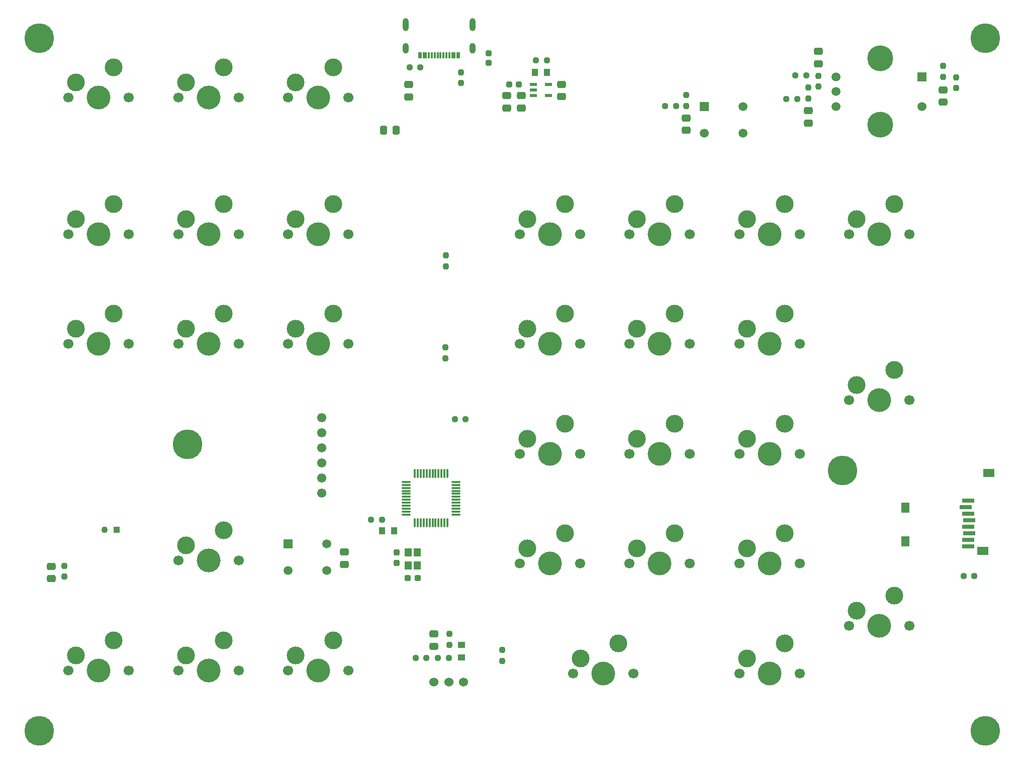
<source format=gts>
G04 #@! TF.GenerationSoftware,KiCad,Pcbnew,8.0.3*
G04 #@! TF.CreationDate,2024-08-13T11:44:21+03:00*
G04 #@! TF.ProjectId,Keyboard_stm32,4b657962-6f61-4726-945f-73746d33322e,rev?*
G04 #@! TF.SameCoordinates,Original*
G04 #@! TF.FileFunction,Soldermask,Top*
G04 #@! TF.FilePolarity,Negative*
%FSLAX46Y46*%
G04 Gerber Fmt 4.6, Leading zero omitted, Abs format (unit mm)*
G04 Created by KiCad (PCBNEW 8.0.3) date 2024-08-13 11:44:21*
%MOMM*%
%LPD*%
G01*
G04 APERTURE LIST*
G04 Aperture macros list*
%AMRoundRect*
0 Rectangle with rounded corners*
0 $1 Rounding radius*
0 $2 $3 $4 $5 $6 $7 $8 $9 X,Y pos of 4 corners*
0 Add a 4 corners polygon primitive as box body*
4,1,4,$2,$3,$4,$5,$6,$7,$8,$9,$2,$3,0*
0 Add four circle primitives for the rounded corners*
1,1,$1+$1,$2,$3*
1,1,$1+$1,$4,$5*
1,1,$1+$1,$6,$7*
1,1,$1+$1,$8,$9*
0 Add four rect primitives between the rounded corners*
20,1,$1+$1,$2,$3,$4,$5,0*
20,1,$1+$1,$4,$5,$6,$7,0*
20,1,$1+$1,$6,$7,$8,$9,0*
20,1,$1+$1,$8,$9,$2,$3,0*%
G04 Aperture macros list end*
%ADD10RoundRect,0.250000X-0.250000X0.250000X-0.250000X-0.250000X0.250000X-0.250000X0.250000X0.250000X0*%
%ADD11RoundRect,0.237500X0.250000X0.237500X-0.250000X0.237500X-0.250000X-0.237500X0.250000X-0.237500X0*%
%ADD12C,1.700000*%
%ADD13C,3.000000*%
%ADD14C,4.000000*%
%ADD15C,5.000000*%
%ADD16R,1.500000X1.500000*%
%ADD17C,1.500000*%
%ADD18R,1.400000X1.800000*%
%ADD19R,1.900000X1.400000*%
%ADD20R,2.000000X0.800000*%
%ADD21RoundRect,0.075000X0.075000X-0.662500X0.075000X0.662500X-0.075000X0.662500X-0.075000X-0.662500X0*%
%ADD22RoundRect,0.075000X0.662500X-0.075000X0.662500X0.075000X-0.662500X0.075000X-0.662500X-0.075000X0*%
%ADD23RoundRect,0.237500X-0.237500X0.250000X-0.237500X-0.250000X0.237500X-0.250000X0.237500X0.250000X0*%
%ADD24RoundRect,0.250000X-0.475000X0.337500X-0.475000X-0.337500X0.475000X-0.337500X0.475000X0.337500X0*%
%ADD25RoundRect,0.250000X0.475000X-0.337500X0.475000X0.337500X-0.475000X0.337500X-0.475000X-0.337500X0*%
%ADD26R,1.150000X1.400000*%
%ADD27R,1.300000X1.100000*%
%ADD28RoundRect,0.237500X-0.250000X-0.237500X0.250000X-0.237500X0.250000X0.237500X-0.250000X0.237500X0*%
%ADD29RoundRect,0.237500X-0.237500X0.300000X-0.237500X-0.300000X0.237500X-0.300000X0.237500X0.300000X0*%
%ADD30R,0.300000X1.100000*%
%ADD31O,1.000000X1.800000*%
%ADD32O,1.000000X2.200000*%
%ADD33C,1.550000*%
%ADD34RoundRect,0.237500X0.237500X-0.250000X0.237500X0.250000X-0.237500X0.250000X-0.237500X-0.250000X0*%
%ADD35RoundRect,0.237500X0.300000X0.237500X-0.300000X0.237500X-0.300000X-0.237500X0.300000X-0.237500X0*%
%ADD36C,4.350000*%
%ADD37R,1.100000X1.300000*%
%ADD38R,1.100000X1.100000*%
%ADD39C,1.100000*%
%ADD40RoundRect,0.250000X-0.337500X-0.475000X0.337500X-0.475000X0.337500X0.475000X-0.337500X0.475000X0*%
%ADD41RoundRect,0.250000X-0.250000X-0.250000X0.250000X-0.250000X0.250000X0.250000X-0.250000X0.250000X0*%
%ADD42R,1.200000X0.600000*%
%ADD43C,1.524000*%
G04 APERTURE END LIST*
D10*
X143320000Y-33890000D03*
X143320000Y-35490000D03*
D11*
X139450000Y-95550000D03*
X137625000Y-95550000D03*
D12*
X204070000Y-64350000D03*
D13*
X205340000Y-61810000D03*
D14*
X209150000Y-64350000D03*
D13*
X211690000Y-59270000D03*
D12*
X214230000Y-64350000D03*
X167070000Y-101350000D03*
D13*
X168340000Y-98810000D03*
D14*
X172150000Y-101350000D03*
D13*
X174690000Y-96270000D03*
D12*
X177230000Y-101350000D03*
D15*
X67650000Y-31350000D03*
D16*
X109550000Y-116550000D03*
D17*
X116050000Y-116550000D03*
X109550000Y-121050000D03*
X116050000Y-121050000D03*
D18*
X213548750Y-110425000D03*
X213548750Y-116125000D03*
D19*
X227598750Y-104575000D03*
X226598750Y-117725000D03*
D20*
X224098750Y-109235000D03*
X223698750Y-110335000D03*
X224098750Y-111435000D03*
X224298750Y-112535000D03*
X224098750Y-113635000D03*
X224298750Y-114735000D03*
X224098750Y-115835000D03*
X224098750Y-116935000D03*
D12*
X72570000Y-41350000D03*
D13*
X73840000Y-38810000D03*
D14*
X77650000Y-41350000D03*
D13*
X80190000Y-36270000D03*
D12*
X82730000Y-41350000D03*
D15*
X67650000Y-148050000D03*
D12*
X72570000Y-137850000D03*
D13*
X73840000Y-135310000D03*
D14*
X77650000Y-137850000D03*
D13*
X80190000Y-132770000D03*
D12*
X82730000Y-137850000D03*
X185570000Y-138350000D03*
D13*
X186840000Y-135810000D03*
D14*
X190650000Y-138350000D03*
D13*
X193190000Y-133270000D03*
D12*
X195730000Y-138350000D03*
X148570000Y-82850000D03*
D13*
X149840000Y-80310000D03*
D14*
X153650000Y-82850000D03*
D13*
X156190000Y-77770000D03*
D12*
X158730000Y-82850000D03*
D11*
X125350000Y-112450000D03*
X123525000Y-112450000D03*
D15*
X226950000Y-148050000D03*
D12*
X91070000Y-137850000D03*
D13*
X92340000Y-135310000D03*
D14*
X96150000Y-137850000D03*
D13*
X98690000Y-132770000D03*
D12*
X101230000Y-137850000D03*
D21*
X130900000Y-113012500D03*
X131400000Y-113012500D03*
X131900000Y-113012500D03*
X132400000Y-113012500D03*
X132900000Y-113012500D03*
X133400000Y-113012500D03*
X133900000Y-113012500D03*
X134400000Y-113012500D03*
X134900000Y-113012500D03*
X135400000Y-113012500D03*
X135900000Y-113012500D03*
X136400000Y-113012500D03*
D22*
X137812500Y-111600000D03*
X137812500Y-111100000D03*
X137812500Y-110600000D03*
X137812500Y-110100000D03*
X137812500Y-109600000D03*
X137812500Y-109100000D03*
X137812500Y-108600000D03*
X137812500Y-108100000D03*
X137812500Y-107600000D03*
X137812500Y-107100000D03*
X137812500Y-106600000D03*
X137812500Y-106100000D03*
D21*
X136400000Y-104687500D03*
X135900000Y-104687500D03*
X135400000Y-104687500D03*
X134900000Y-104687500D03*
X134400000Y-104687500D03*
X133900000Y-104687500D03*
X133400000Y-104687500D03*
X132900000Y-104687500D03*
X132400000Y-104687500D03*
X131900000Y-104687500D03*
X131400000Y-104687500D03*
X130900000Y-104687500D03*
D22*
X129487500Y-106100000D03*
X129487500Y-106600000D03*
X129487500Y-107100000D03*
X129487500Y-107600000D03*
X129487500Y-108100000D03*
X129487500Y-108600000D03*
X129487500Y-109100000D03*
X129487500Y-109600000D03*
X129487500Y-110100000D03*
X129487500Y-110600000D03*
X129487500Y-111100000D03*
X129487500Y-111600000D03*
D23*
X219850000Y-36025000D03*
X219850000Y-37850000D03*
D24*
X197150000Y-43562500D03*
X197150000Y-45637500D03*
D25*
X69650000Y-122387500D03*
X69650000Y-120312500D03*
D23*
X136050000Y-83425000D03*
X136050000Y-85250000D03*
D26*
X129750000Y-117975000D03*
X129750000Y-120175000D03*
X131350000Y-120175000D03*
X131350000Y-117975000D03*
D27*
X138737500Y-133550000D03*
X138737500Y-135650000D03*
D28*
X151325000Y-35100000D03*
X153150000Y-35100000D03*
D12*
X72570000Y-64350000D03*
D13*
X73840000Y-61810000D03*
D14*
X77650000Y-64350000D03*
D13*
X80190000Y-59270000D03*
D12*
X82730000Y-64350000D03*
X204070000Y-130350000D03*
D13*
X205340000Y-127810000D03*
D14*
X209150000Y-130350000D03*
D13*
X211690000Y-125270000D03*
D12*
X214230000Y-130350000D03*
D29*
X127812500Y-117987500D03*
X127812500Y-119712500D03*
D11*
X136650000Y-135750000D03*
X134825000Y-135750000D03*
D28*
X173075000Y-42812500D03*
X174900000Y-42812500D03*
X131025000Y-135750000D03*
X132850000Y-135750000D03*
D23*
X197150000Y-39687500D03*
X197150000Y-41512500D03*
D24*
X119050000Y-117912500D03*
X119050000Y-119987500D03*
D30*
X138350000Y-34240000D03*
X137550000Y-34240000D03*
X136250000Y-34240000D03*
X135250000Y-34240000D03*
X134750000Y-34240000D03*
X133750000Y-34240000D03*
X132450000Y-34240000D03*
X131650000Y-34240000D03*
X131950000Y-34240000D03*
X132750000Y-34240000D03*
X133250000Y-34240000D03*
X134250000Y-34240000D03*
X135750000Y-34240000D03*
X136750000Y-34240000D03*
X137250000Y-34240000D03*
X138050000Y-34240000D03*
D31*
X140620000Y-33090000D03*
D32*
X140620000Y-29090000D03*
D31*
X129380000Y-33090000D03*
D32*
X129380000Y-29090000D03*
D12*
X91070000Y-82850000D03*
D13*
X92340000Y-80310000D03*
D14*
X96150000Y-82850000D03*
D13*
X98690000Y-77770000D03*
D12*
X101230000Y-82850000D03*
D23*
X176650000Y-40937500D03*
X176650000Y-42762500D03*
D28*
X223337500Y-121950000D03*
X225162500Y-121950000D03*
D33*
X115250000Y-95270000D03*
X115250000Y-97810000D03*
X115250000Y-100350000D03*
X115250000Y-102890000D03*
X115250000Y-105430000D03*
X115250000Y-107970000D03*
D16*
X179650000Y-42850000D03*
D17*
X186150000Y-42850000D03*
X179650000Y-47350000D03*
X186150000Y-47350000D03*
D15*
X92650000Y-99750000D03*
D34*
X198900000Y-39512500D03*
X198900000Y-37687500D03*
X222100000Y-39762500D03*
X222100000Y-37937500D03*
D11*
X195312500Y-41600000D03*
X193487500Y-41600000D03*
D24*
X219850000Y-40062500D03*
X219850000Y-42137500D03*
D12*
X91070000Y-64350000D03*
D13*
X92340000Y-61810000D03*
D14*
X96150000Y-64350000D03*
D13*
X98690000Y-59270000D03*
D12*
X101230000Y-64350000D03*
D15*
X226950000Y-31350000D03*
D35*
X131412500Y-122275000D03*
X129687500Y-122275000D03*
D12*
X167070000Y-82850000D03*
D13*
X168340000Y-80310000D03*
D14*
X172150000Y-82850000D03*
D13*
X174690000Y-77770000D03*
D12*
X177230000Y-82850000D03*
X157570000Y-138350000D03*
D13*
X158840000Y-135810000D03*
D14*
X162650000Y-138350000D03*
D13*
X165190000Y-133270000D03*
D12*
X167730000Y-138350000D03*
X148570000Y-119850000D03*
D13*
X149840000Y-117310000D03*
D14*
X153650000Y-119850000D03*
D13*
X156190000Y-114770000D03*
D12*
X158730000Y-119850000D03*
X91070000Y-41350000D03*
D13*
X92340000Y-38810000D03*
D14*
X96150000Y-41350000D03*
D13*
X98690000Y-36270000D03*
D12*
X101230000Y-41350000D03*
D34*
X136737500Y-133512500D03*
X136737500Y-131687500D03*
D12*
X185570000Y-82850000D03*
D13*
X186840000Y-80310000D03*
D14*
X190650000Y-82850000D03*
D13*
X193190000Y-77770000D03*
D12*
X195730000Y-82850000D03*
X185570000Y-64350000D03*
D13*
X186840000Y-61810000D03*
D14*
X190650000Y-64350000D03*
D13*
X193190000Y-59270000D03*
D12*
X195730000Y-64350000D03*
X167070000Y-119850000D03*
D13*
X168340000Y-117310000D03*
D14*
X172150000Y-119850000D03*
D13*
X174690000Y-114770000D03*
D12*
X177230000Y-119850000D03*
D28*
X194987500Y-37600000D03*
X196812500Y-37600000D03*
D17*
X201825000Y-37850000D03*
X201825000Y-40350000D03*
X201825000Y-42850000D03*
D16*
X216325000Y-37850000D03*
D17*
X216325000Y-42850000D03*
D36*
X209325000Y-34750000D03*
X209325000Y-45950000D03*
D25*
X129850000Y-41225000D03*
X129850000Y-39150000D03*
D24*
X176650000Y-44812500D03*
X176650000Y-46887500D03*
D37*
X151100000Y-37100000D03*
X153200000Y-37100000D03*
D12*
X109570000Y-41350000D03*
D13*
X110840000Y-38810000D03*
D14*
X114650000Y-41350000D03*
D13*
X117190000Y-36270000D03*
D12*
X119730000Y-41350000D03*
X185570000Y-119850000D03*
D13*
X186840000Y-117310000D03*
D14*
X190650000Y-119850000D03*
D13*
X193190000Y-114770000D03*
D12*
X195730000Y-119850000D03*
D23*
X138720000Y-37077500D03*
X138720000Y-38902500D03*
D12*
X148570000Y-101350000D03*
D13*
X149840000Y-98810000D03*
D14*
X153650000Y-101350000D03*
D13*
X156190000Y-96270000D03*
D12*
X158730000Y-101350000D03*
X109570000Y-137850000D03*
D13*
X110840000Y-135310000D03*
D14*
X114650000Y-137850000D03*
D13*
X117190000Y-132770000D03*
D12*
X119730000Y-137850000D03*
D38*
X80650000Y-114150000D03*
D39*
X78650000Y-114150000D03*
D15*
X202950000Y-104150000D03*
D12*
X204070000Y-92350000D03*
D13*
X205340000Y-89810000D03*
D14*
X209150000Y-92350000D03*
D13*
X211690000Y-87270000D03*
D12*
X214230000Y-92350000D03*
D34*
X145650000Y-136262500D03*
X145650000Y-134437500D03*
D12*
X167070000Y-64350000D03*
D13*
X168340000Y-61810000D03*
D14*
X172150000Y-64350000D03*
D13*
X174690000Y-59270000D03*
D12*
X177230000Y-64350000D03*
X148570000Y-64350000D03*
D13*
X149840000Y-61810000D03*
D14*
X153650000Y-64350000D03*
D13*
X156190000Y-59270000D03*
D12*
X158730000Y-64350000D03*
D40*
X125675000Y-46850000D03*
X127750000Y-46850000D03*
D12*
X109570000Y-82850000D03*
D13*
X110840000Y-80310000D03*
D14*
X114650000Y-82850000D03*
D13*
X117190000Y-77770000D03*
D12*
X119730000Y-82850000D03*
D41*
X146800000Y-39150000D03*
X148400000Y-39150000D03*
D23*
X136150000Y-67950000D03*
X136150000Y-69775000D03*
D42*
X150900000Y-39150000D03*
X150900000Y-40100000D03*
X150900000Y-41050000D03*
X153400000Y-41050000D03*
X153400000Y-39150000D03*
D12*
X91070000Y-119350000D03*
D13*
X92340000Y-116810000D03*
D14*
X96150000Y-119350000D03*
D13*
X98690000Y-114270000D03*
D12*
X101230000Y-119350000D03*
X185570000Y-101350000D03*
D13*
X186840000Y-98810000D03*
D14*
X190650000Y-101350000D03*
D13*
X193190000Y-96270000D03*
D12*
X195730000Y-101350000D03*
D28*
X130007500Y-36290000D03*
X131832500Y-36290000D03*
D12*
X109570000Y-64350000D03*
D13*
X110840000Y-61810000D03*
D14*
X114650000Y-64350000D03*
D13*
X117190000Y-59270000D03*
D12*
X119730000Y-64350000D03*
D24*
X148850000Y-41025000D03*
X148850000Y-43100000D03*
D23*
X71850000Y-120237500D03*
X71850000Y-122062500D03*
D12*
X72570000Y-82850000D03*
D13*
X73840000Y-80310000D03*
D14*
X77650000Y-82850000D03*
D13*
X80190000Y-77770000D03*
D12*
X82730000Y-82850000D03*
D37*
X125350000Y-114350000D03*
X127450000Y-114350000D03*
D25*
X198900000Y-35637500D03*
X198900000Y-33562500D03*
X134137500Y-133787500D03*
X134137500Y-131712500D03*
D24*
X155650000Y-39112500D03*
X155650000Y-41187500D03*
X146350000Y-41025000D03*
X146350000Y-43100000D03*
D43*
X134137500Y-139787500D03*
X136637500Y-139787500D03*
X139137500Y-139787500D03*
M02*

</source>
